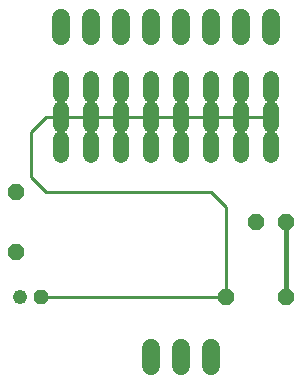
<source format=gbl>
G75*
G70*
%OFA0B0*%
%FSLAX24Y24*%
%IPPOS*%
%LPD*%
%AMOC8*
5,1,8,0,0,1.08239X$1,22.5*
%
%ADD10C,0.0600*%
%ADD11OC8,0.0520*%
%ADD12OC8,0.0480*%
%ADD13C,0.0480*%
%ADD14C,0.0520*%
%ADD15C,0.0160*%
%ADD16C,0.0100*%
D10*
X005720Y000805D02*
X005720Y001405D01*
X006720Y001405D02*
X006720Y000805D01*
X007720Y000805D02*
X007720Y001405D01*
X007720Y011805D02*
X007720Y012405D01*
X008720Y012405D02*
X008720Y011805D01*
X009720Y011805D02*
X009720Y012405D01*
X006720Y012405D02*
X006720Y011805D01*
X005720Y011805D02*
X005720Y012405D01*
X004720Y012405D02*
X004720Y011805D01*
X003720Y011805D02*
X003720Y012405D01*
X002720Y012405D02*
X002720Y011805D01*
D11*
X001220Y006605D03*
X001220Y004605D03*
X008220Y003105D03*
X010220Y003105D03*
X010220Y005605D03*
X009220Y005605D03*
D12*
X002070Y003105D03*
D13*
X001370Y003105D03*
D14*
X002720Y007845D02*
X002720Y008365D01*
X002720Y008845D02*
X002720Y009365D01*
X002720Y009845D02*
X002720Y010365D01*
X003720Y010365D02*
X003720Y009845D01*
X003720Y009365D02*
X003720Y008845D01*
X003720Y008365D02*
X003720Y007845D01*
X004720Y007845D02*
X004720Y008365D01*
X004720Y008845D02*
X004720Y009365D01*
X004720Y009845D02*
X004720Y010365D01*
X005720Y010365D02*
X005720Y009845D01*
X005720Y009365D02*
X005720Y008845D01*
X005720Y008365D02*
X005720Y007845D01*
X006720Y007845D02*
X006720Y008365D01*
X006720Y008845D02*
X006720Y009365D01*
X006720Y009845D02*
X006720Y010365D01*
X007720Y010365D02*
X007720Y009845D01*
X007720Y009365D02*
X007720Y008845D01*
X007720Y008365D02*
X007720Y007845D01*
X008720Y007845D02*
X008720Y008365D01*
X008720Y008845D02*
X008720Y009365D01*
X008720Y009845D02*
X008720Y010365D01*
X009720Y010365D02*
X009720Y009845D01*
X009720Y009365D02*
X009720Y008845D01*
X009720Y008365D02*
X009720Y007845D01*
D15*
X010220Y005605D02*
X010220Y003105D01*
D16*
X008220Y003105D02*
X008220Y006105D01*
X007720Y006605D01*
X002220Y006605D01*
X001720Y007105D01*
X001720Y008605D01*
X002220Y009105D01*
X002720Y009105D01*
X009720Y009105D01*
X008220Y003105D02*
X002070Y003105D01*
M02*

</source>
